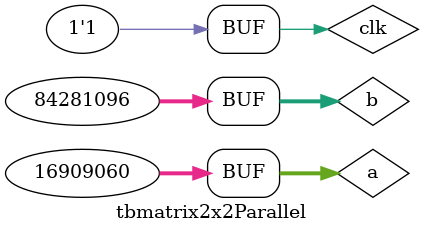
<source format=v>
/*
	Description:
	 
	
*/

`timescale 1ns/1ns

module tbmatrix2x2Parallel();

	reg[31:0] a, b;
	reg clk, rst;
	
	wire[31:0] res;
	
	matrixArbParallel uut(a, b, clk, rst, res);
	
	always begin
		clk <= 0;
		#10;
		clk <= 1;
		#10;
	end
	
	initial begin
	
		//rst <= 0;
		//a = 0;
		//b = 0;		
		//#100;
		
		//rst <= 1;
		a = {8'd1,8'd2,8'd3,8'd4};
		b = {8'd5,8'd6,8'd7,8'd8};
		
		
	end


endmodule

</source>
